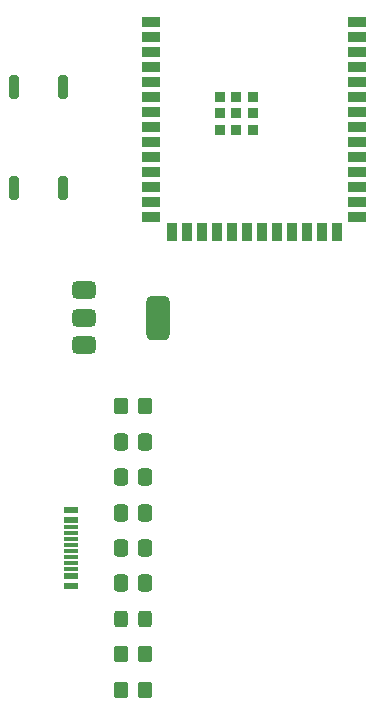
<source format=gbr>
%TF.GenerationSoftware,KiCad,Pcbnew,9.0.0*%
%TF.CreationDate,2025-03-13T15:17:37+10:00*%
%TF.ProjectId,Version 1,56657273-696f-46e2-9031-2e6b69636164,rev?*%
%TF.SameCoordinates,Original*%
%TF.FileFunction,Paste,Top*%
%TF.FilePolarity,Positive*%
%FSLAX46Y46*%
G04 Gerber Fmt 4.6, Leading zero omitted, Abs format (unit mm)*
G04 Created by KiCad (PCBNEW 9.0.0) date 2025-03-13 15:17:37*
%MOMM*%
%LPD*%
G01*
G04 APERTURE LIST*
G04 Aperture macros list*
%AMRoundRect*
0 Rectangle with rounded corners*
0 $1 Rounding radius*
0 $2 $3 $4 $5 $6 $7 $8 $9 X,Y pos of 4 corners*
0 Add a 4 corners polygon primitive as box body*
4,1,4,$2,$3,$4,$5,$6,$7,$8,$9,$2,$3,0*
0 Add four circle primitives for the rounded corners*
1,1,$1+$1,$2,$3*
1,1,$1+$1,$4,$5*
1,1,$1+$1,$6,$7*
1,1,$1+$1,$8,$9*
0 Add four rect primitives between the rounded corners*
20,1,$1+$1,$2,$3,$4,$5,0*
20,1,$1+$1,$4,$5,$6,$7,0*
20,1,$1+$1,$6,$7,$8,$9,0*
20,1,$1+$1,$8,$9,$2,$3,0*%
G04 Aperture macros list end*
%ADD10R,1.150000X0.600000*%
%ADD11R,1.150000X0.300000*%
%ADD12RoundRect,0.250000X-0.350000X-0.450000X0.350000X-0.450000X0.350000X0.450000X-0.350000X0.450000X0*%
%ADD13RoundRect,0.200000X-0.200000X-0.800000X0.200000X-0.800000X0.200000X0.800000X-0.200000X0.800000X0*%
%ADD14RoundRect,0.250000X0.337500X0.475000X-0.337500X0.475000X-0.337500X-0.475000X0.337500X-0.475000X0*%
%ADD15RoundRect,0.250000X0.325000X0.450000X-0.325000X0.450000X-0.325000X-0.450000X0.325000X-0.450000X0*%
%ADD16RoundRect,0.375000X-0.625000X-0.375000X0.625000X-0.375000X0.625000X0.375000X-0.625000X0.375000X0*%
%ADD17RoundRect,0.500000X-0.500000X-1.400000X0.500000X-1.400000X0.500000X1.400000X-0.500000X1.400000X0*%
%ADD18RoundRect,0.250000X0.350000X0.450000X-0.350000X0.450000X-0.350000X-0.450000X0.350000X-0.450000X0*%
%ADD19R,0.900000X0.900000*%
%ADD20R,1.500000X0.900000*%
%ADD21R,0.900000X1.500000*%
G04 APERTURE END LIST*
D10*
%TO.C,J1*%
X22255000Y-63800000D03*
X22255000Y-64600000D03*
D11*
X22255000Y-65750000D03*
X22255000Y-66750000D03*
X22255000Y-67250000D03*
X22255000Y-68250000D03*
D10*
X22255000Y-70200000D03*
X22255000Y-69400000D03*
D11*
X22255000Y-68750000D03*
X22255000Y-67750000D03*
X22255000Y-66250000D03*
X22255000Y-65250000D03*
%TD*%
D12*
%TO.C,R1*%
X26500000Y-79000000D03*
X28500000Y-79000000D03*
%TD*%
D13*
%TO.C,SW1*%
X17400000Y-36500000D03*
X21600000Y-36500000D03*
%TD*%
D14*
%TO.C,C4*%
X28537500Y-70000000D03*
X26462500Y-70000000D03*
%TD*%
D15*
%TO.C,D1*%
X28525000Y-73000000D03*
X26475000Y-73000000D03*
%TD*%
D14*
%TO.C,C2*%
X28537500Y-67000000D03*
X26462500Y-67000000D03*
%TD*%
D16*
%TO.C,U2*%
X23350000Y-45200000D03*
X23350000Y-47500000D03*
D17*
X29650000Y-47500000D03*
D16*
X23350000Y-49800000D03*
%TD*%
D13*
%TO.C,SW2*%
X17400000Y-28000000D03*
X21600000Y-28000000D03*
%TD*%
D18*
%TO.C,R2*%
X28500000Y-76000000D03*
X26500000Y-76000000D03*
%TD*%
D19*
%TO.C,U1*%
X34850000Y-28780000D03*
X34850000Y-30180000D03*
X34850000Y-31580000D03*
X36250000Y-28780000D03*
X36250000Y-30180000D03*
X36250000Y-31580000D03*
X37650000Y-28780000D03*
X37650000Y-30180000D03*
X37650000Y-31580000D03*
D20*
X29000000Y-22460000D03*
X29000000Y-23730000D03*
X29000000Y-25000000D03*
X29000000Y-26270000D03*
X29000000Y-27540000D03*
X29000000Y-28810000D03*
X29000000Y-30080000D03*
X29000000Y-31350000D03*
X29000000Y-32620000D03*
X29000000Y-33890000D03*
X29000000Y-35160000D03*
X29000000Y-36430000D03*
X29000000Y-37700000D03*
X29000000Y-38970000D03*
D21*
X30765000Y-40220000D03*
X32035000Y-40220000D03*
X33305000Y-40220000D03*
X34575000Y-40220000D03*
X35845000Y-40220000D03*
X37115000Y-40220000D03*
X38385000Y-40220000D03*
X39655000Y-40220000D03*
X40925000Y-40220000D03*
X42195000Y-40220000D03*
X43465000Y-40220000D03*
X44735000Y-40220000D03*
D20*
X46500000Y-38970000D03*
X46500000Y-37700000D03*
X46500000Y-36430000D03*
X46500000Y-35160000D03*
X46500000Y-33890000D03*
X46500000Y-32620000D03*
X46500000Y-31350000D03*
X46500000Y-30080000D03*
X46500000Y-28810000D03*
X46500000Y-27540000D03*
X46500000Y-26270000D03*
X46500000Y-25000000D03*
X46500000Y-23730000D03*
X46500000Y-22460000D03*
%TD*%
D14*
%TO.C,C7*%
X28537500Y-61000000D03*
X26462500Y-61000000D03*
%TD*%
%TO.C,C9*%
X28537500Y-58000000D03*
X26462500Y-58000000D03*
%TD*%
D12*
%TO.C,R6*%
X26500000Y-55000000D03*
X28500000Y-55000000D03*
%TD*%
D14*
%TO.C,C8*%
X28537500Y-64000000D03*
X26462500Y-64000000D03*
%TD*%
M02*

</source>
